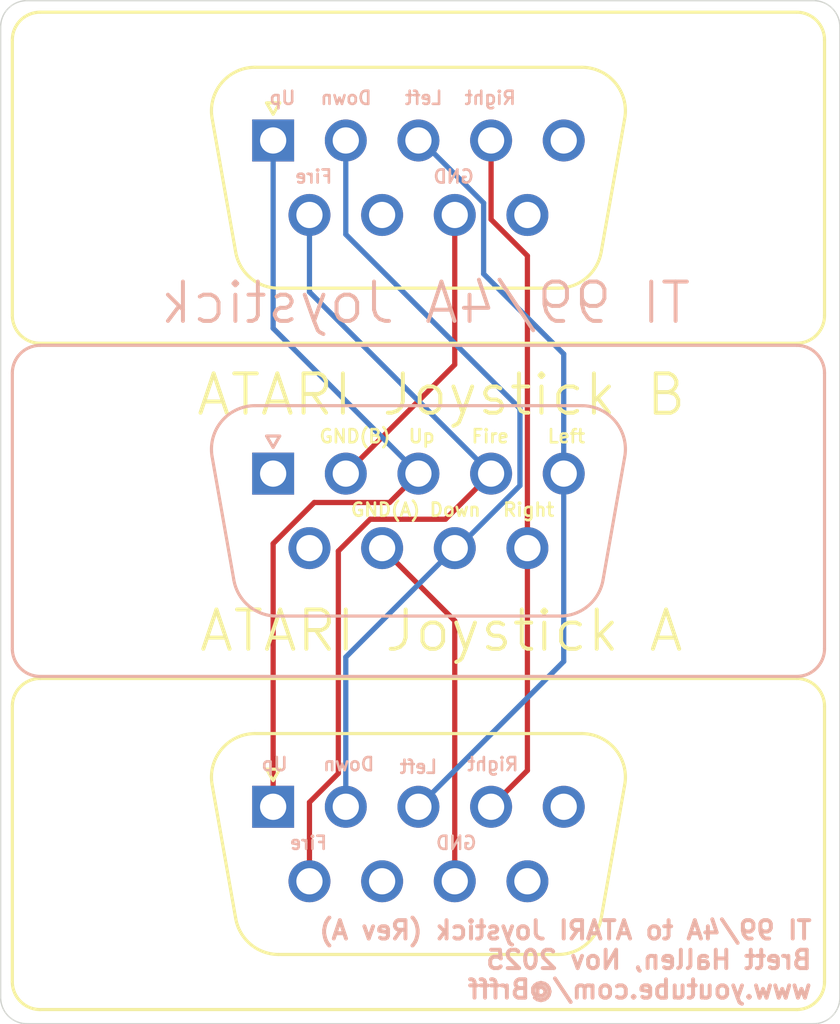
<source format=kicad_pcb>
(kicad_pcb (version 20241229) (generator "pcbnew") (generator_version "9.0")
  (title_block (title "TI 99/4A to ATARI Joystick Adaptor") (date "6/NOV/2025") (rev "A") (company "Brett Hallen") (comment 1 "www.youtube.com/@Brfff"))
  (layers (0 "F.Cu" signal) (2 "B.Cu" signal) (13 "F.Paste" user) (15 "B.Paste" user) (5 "F.SilkS" user "F.Silkscreen") (7 "B.SilkS" user "B.Silkscreen") (1 "F.Mask" user) (3 "B.Mask" user) (25 "Edge.Cuts" user))
  (net 0 "")
  (net 1 "LEFT")
  (net 2 "GND_B")
  (net 3 "RIGHT")
  (net 4 "GND_A")
  (net 5 "UP")
  (net 8 "FIRE")
  (net 9 "DOWN")
  (footprint "Connector_Dsub:DSUB-9_Pins_Vertical_P2.77x2.84mm" (layer "F.Cu") (at 80.64 73.7)
    (property "Reference" "J2" (hide yes))
    (property "Value" "Atari Joystick A" (hide yes))
    (fp_line (start -9.945 6.67) (end -9.945 -3.83) (stroke (width 0.12)) (layer "F.SilkS"))
    (fp_line (start -8.885 -4.89) (end 19.965 -4.89) (stroke (width 0.12)) (layer "F.SilkS"))
    (fp_line (start -1.427202 4.258256) (end -2.32647 -0.841744) (stroke (width 0.12)) (layer "F.SilkS"))
    (fp_line (start -0.691689 -2.79) (end 11.771689 -2.79) (stroke (width 0.12)) (layer "F.SilkS"))
    (fp_line (start -0.25 -1.433013) (end 0.25 -1.433013) (stroke (width 0.12)) (layer "F.SilkS"))
    (fp_line (start 0 -1) (end -0.25 -1.433013) (stroke (width 0.12)) (layer "F.SilkS"))
    (fp_line (start 0.25 -1.433013) (end 0 -1) (stroke (width 0.12)) (layer "F.SilkS"))
    (fp_line (start 10.872421 5.63) (end 0.207579 5.63) (stroke (width 0.12)) (layer "F.SilkS"))
    (fp_line (start 13.40647 -0.841744) (end 12.507202 4.258256) (stroke (width 0.12)) (layer "F.SilkS"))
    (fp_line (start 19.965 7.73) (end -8.885 7.73) (stroke (width 0.12)) (layer "F.SilkS"))
    (fp_line (start 21.025 -3.83) (end 21.025 6.67) (stroke (width 0.12)) (layer "F.SilkS"))
    (fp_arc (start -9.945 -3.83) (mid -9.634533 -4.579533) (end -8.885 -4.89) (stroke (width 0.12)) (layer "F.SilkS"))
    (fp_arc (start -8.885 7.73) (mid -9.634533 7.419533) (end -9.945 6.67) (stroke (width 0.12)) (layer "F.SilkS"))
    (fp_arc (start -2.32647 -0.841744) (mid -1.963323 -2.197027) (end -0.691689 -2.79) (stroke (width 0.12)) (layer "F.SilkS"))
    (fp_arc (start 0.207579 5.63) (mid -0.859449 5.241634) (end -1.427202 4.258256) (stroke (width 0.12)) (layer "F.SilkS"))
    (fp_arc (start 11.771689 -2.79) (mid 13.043323 -2.197027) (end 13.40647 -0.841744) (stroke (width 0.12)) (layer "F.SilkS"))
    (fp_arc (start 12.507202 4.258256) (mid 11.939449 5.241634) (end 10.872421 5.63) (stroke (width 0.12)) (layer "F.SilkS"))
    (fp_arc (start 19.965 -4.89) (mid 20.714533 -4.579533) (end 21.025 -3.83) (stroke (width 0.12)) (layer "F.SilkS"))
    (fp_arc (start 21.025 6.67) (mid 20.714533 7.419533) (end 19.965 7.73) (stroke (width 0.12)) (layer "F.SilkS"))
    (pad "1" thru_hole rect (at 0 0) (size 1.6 1.6) (drill 1) (layers "*.Cu" "*.Mask") (net 5 "UP"))
    (pad "2" thru_hole circle (at 2.77 0) (size 1.6 1.6) (drill 1) (layers "*.Cu" "*.Mask") (net 9 "DOWN"))
    (pad "3" thru_hole circle (at 5.54 0) (size 1.6 1.6) (drill 1) (layers "*.Cu" "*.Mask") (net 1 "LEFT"))
    (pad "4" thru_hole circle (at 8.31 0) (size 1.6 1.6) (drill 1) (layers "*.Cu" "*.Mask") (net 3 "RIGHT"))
    (pad "5" thru_hole circle (at 11.08 0) (size 1.6 1.6) (drill 1) (layers "*.Cu" "*.Mask"))
    (pad "6" thru_hole circle (at 1.385 2.84) (size 1.6 1.6) (drill 1) (layers "*.Cu" "*.Mask") (net 8 "FIRE"))
    (pad "7" thru_hole circle (at 4.155 2.84) (size 1.6 1.6) (drill 1) (layers "*.Cu" "*.Mask"))
    (pad "8" thru_hole circle (at 6.925 2.84) (size 1.6 1.6) (drill 1) (layers "*.Cu" "*.Mask") (net 4 "GND_A"))
    (pad "9" thru_hole circle (at 9.695 2.84) (size 1.6 1.6) (drill 1) (layers "*.Cu" "*.Mask"))
  )
  (footprint "Connector_Dsub:DSUB-9_Pins_Vertical_P2.77x2.84mm" (layer "F.Cu") (at 80.64 48.3)
    (property "Reference" "J3" (hide yes))
    (property "Value" "Atari Joystick B" (hide yes))
    (fp_line (start -9.945 6.67) (end -9.945 -3.83) (stroke (width 0.12)) (layer "F.SilkS"))
    (fp_line (start -8.885 -4.89) (end 19.965 -4.89) (stroke (width 0.12)) (layer "F.SilkS"))
    (fp_line (start -1.427202 4.258256) (end -2.32647 -0.841744) (stroke (width 0.12)) (layer "F.SilkS"))
    (fp_line (start -0.691689 -2.79) (end 11.771689 -2.79) (stroke (width 0.12)) (layer "F.SilkS"))
    (fp_line (start -0.25 -1.433013) (end 0.25 -1.433013) (stroke (width 0.12)) (layer "F.SilkS"))
    (fp_line (start 0 -1) (end -0.25 -1.433013) (stroke (width 0.12)) (layer "F.SilkS"))
    (fp_line (start 0.25 -1.433013) (end 0 -1) (stroke (width 0.12)) (layer "F.SilkS"))
    (fp_line (start 10.872421 5.63) (end 0.207579 5.63) (stroke (width 0.12)) (layer "F.SilkS"))
    (fp_line (start 13.40647 -0.841744) (end 12.507202 4.258256) (stroke (width 0.12)) (layer "F.SilkS"))
    (fp_line (start 19.965 7.73) (end -8.885 7.73) (stroke (width 0.12)) (layer "F.SilkS"))
    (fp_line (start 21.025 -3.83) (end 21.025 6.67) (stroke (width 0.12)) (layer "F.SilkS"))
    (fp_arc (start -9.945 -3.83) (mid -9.634533 -4.579533) (end -8.885 -4.89) (stroke (width 0.12)) (layer "F.SilkS"))
    (fp_arc (start -8.885 7.73) (mid -9.634533 7.419533) (end -9.945 6.67) (stroke (width 0.12)) (layer "F.SilkS"))
    (fp_arc (start -2.32647 -0.841744) (mid -1.963323 -2.197027) (end -0.691689 -2.79) (stroke (width 0.12)) (layer "F.SilkS"))
    (fp_arc (start 0.207579 5.63) (mid -0.859449 5.241634) (end -1.427202 4.258256) (stroke (width 0.12)) (layer "F.SilkS"))
    (fp_arc (start 11.771689 -2.79) (mid 13.043323 -2.197027) (end 13.40647 -0.841744) (stroke (width 0.12)) (layer "F.SilkS"))
    (fp_arc (start 12.507202 4.258256) (mid 11.939449 5.241634) (end 10.872421 5.63) (stroke (width 0.12)) (layer "F.SilkS"))
    (fp_arc (start 19.965 -4.89) (mid 20.714533 -4.579533) (end 21.025 -3.83) (stroke (width 0.12)) (layer "F.SilkS"))
    (fp_arc (start 21.025 6.67) (mid 20.714533 7.419533) (end 19.965 7.73) (stroke (width 0.12)) (layer "F.SilkS"))
    (pad "1" thru_hole rect (at 0 0) (size 1.6 1.6) (drill 1) (layers "*.Cu" "*.Mask") (net 5 "UP"))
    (pad "2" thru_hole circle (at 2.77 0) (size 1.6 1.6) (drill 1) (layers "*.Cu" "*.Mask") (net 9 "DOWN"))
    (pad "3" thru_hole circle (at 5.54 0) (size 1.6 1.6) (drill 1) (layers "*.Cu" "*.Mask") (net 1 "LEFT"))
    (pad "4" thru_hole circle (at 8.31 0) (size 1.6 1.6) (drill 1) (layers "*.Cu" "*.Mask") (net 3 "RIGHT"))
    (pad "5" thru_hole circle (at 11.08 0) (size 1.6 1.6) (drill 1) (layers "*.Cu" "*.Mask"))
    (pad "6" thru_hole circle (at 1.385 2.84) (size 1.6 1.6) (drill 1) (layers "*.Cu" "*.Mask") (net 8 "FIRE"))
    (pad "7" thru_hole circle (at 4.155 2.84) (size 1.6 1.6) (drill 1) (layers "*.Cu" "*.Mask"))
    (pad "8" thru_hole circle (at 6.925 2.84) (size 1.6 1.6) (drill 1) (layers "*.Cu" "*.Mask") (net 2 "GND_B"))
    (pad "9" thru_hole circle (at 9.695 2.84) (size 1.6 1.6) (drill 1) (layers "*.Cu" "*.Mask"))
  )
  (footprint "Connector_Dsub:DSUB-9_Socket_Vertical_P2.77x2.84mm" (layer "B.Cu") (at 80.64 61 180)
    (property "Reference" "J1" (hide yes))
    (property "Value" "TI Joystick Port" (hide yes))
    (fp_line (start 9.945 3.83) (end 9.945 -6.67) (stroke (width 0.12)) (layer "B.SilkS"))
    (fp_line (start 8.885 -7.73) (end -19.965 -7.73) (stroke (width 0.12)) (layer "B.SilkS"))
    (fp_line (start 2.32647 0.641744) (end 1.497733 -4.058256) (stroke (width 0.12)) (layer "B.SilkS"))
    (fp_line (start 0.25 1.433013) (end 0 1) (stroke (width 0.12)) (layer "B.SilkS"))
    (fp_line (start 0 1) (end -0.25 1.433013) (stroke (width 0.12)) (layer "B.SilkS"))
    (fp_line (start -0.137048 -5.43) (end -10.942952 -5.43) (stroke (width 0.12)) (layer "B.SilkS"))
    (fp_line (start -0.25 1.433013) (end 0.25 1.433013) (stroke (width 0.12)) (layer "B.SilkS"))
    (fp_line (start -11.771689 2.59) (end 0.691689 2.59) (stroke (width 0.12)) (layer "B.SilkS"))
    (fp_line (start -12.577733 -4.058256) (end -13.40647 0.641744) (stroke (width 0.12)) (layer "B.SilkS"))
    (fp_line (start -19.965 4.89) (end 8.885 4.89) (stroke (width 0.12)) (layer "B.SilkS"))
    (fp_line (start -21.025 -6.67) (end -21.025 3.83) (stroke (width 0.12)) (layer "B.SilkS"))
    (fp_arc (start 9.945 3.83) (mid 9.634533 4.579533) (end 8.885 4.89) (stroke (width 0.12)) (layer "B.SilkS"))
    (fp_arc (start 8.885 -7.73) (mid 9.634533 -7.419533) (end 9.945 -6.67) (stroke (width 0.12)) (layer "B.SilkS"))
    (fp_arc (start 2.32647 0.641744) (mid 1.963323 1.997027) (end 0.691689 2.59) (stroke (width 0.12)) (layer "B.SilkS"))
    (fp_arc (start -0.137048 -5.43) (mid 0.92998 -5.041634) (end 1.497733 -4.058256) (stroke (width 0.12)) (layer "B.SilkS"))
    (fp_arc (start -11.771689 2.59) (mid -13.043323 1.997027) (end -13.40647 0.641744) (stroke (width 0.12)) (layer "B.SilkS"))
    (fp_arc (start -12.577733 -4.058256) (mid -12.00998 -5.041634) (end -10.942952 -5.43) (stroke (width 0.12)) (layer "B.SilkS"))
    (fp_arc (start -19.965 4.89) (mid -20.714533 4.579533) (end -21.025 3.83) (stroke (width 0.12)) (layer "B.SilkS"))
    (fp_arc (start -21.025 -6.67) (mid -20.714533 -7.419533) (end -19.965 -7.73) (stroke (width 0.12)) (layer "B.SilkS"))
    (pad "1" thru_hole rect (at 0 0 180) (size 1.6 1.6) (drill 1) (layers "*.Cu" "*.Mask"))
    (pad "2" thru_hole circle (at -2.77 0 180) (size 1.6 1.6) (drill 1) (layers "*.Cu" "*.Mask") (net 2 "GND_B"))
    (pad "3" thru_hole circle (at -5.54 0 180) (size 1.6 1.6) (drill 1) (layers "*.Cu" "*.Mask") (net 5 "UP"))
    (pad "4" thru_hole circle (at -8.31 0 180) (size 1.6 1.6) (drill 1) (layers "*.Cu" "*.Mask") (net 8 "FIRE"))
    (pad "5" thru_hole circle (at -11.08 0 180) (size 1.6 1.6) (drill 1) (layers "*.Cu" "*.Mask") (net 1 "LEFT"))
    (pad "6" thru_hole circle (at -1.385 -2.84 180) (size 1.6 1.6) (drill 1) (layers "*.Cu" "*.Mask"))
    (pad "7" thru_hole circle (at -4.155 -2.84 180) (size 1.6 1.6) (drill 1) (layers "*.Cu" "*.Mask") (net 4 "GND_A"))
    (pad "8" thru_hole circle (at -6.925 -2.84 180) (size 1.6 1.6) (drill 1) (layers "*.Cu" "*.Mask") (net 9 "DOWN"))
    (pad "9" thru_hole circle (at -9.695 -2.84 180) (size 1.6 1.6) (drill 1) (layers "*.Cu" "*.Mask") (net 3 "RIGHT"))
  )
  (gr_arc (start 102.25 80.97) (mid 101.957107 81.677107) (end 101.25 81.97) (stroke (width 0.05)) (layer "Edge.Cuts"))
  (gr_line (start 71.25 42.97) (end 101.25 42.97) (stroke (width 0.05)) (layer "Edge.Cuts"))
  (gr_arc (start 101.25 42.97) (mid 101.957107 43.262893) (end 102.25 43.97) (stroke (width 0.05)) (layer "Edge.Cuts"))
  (gr_line (start 102.25 43.97) (end 102.25 80.97) (stroke (width 0.05)) (layer "Edge.Cuts"))
  (gr_arc (start 70.25 43.97) (mid 70.542893 43.262893) (end 71.25 42.97) (stroke (width 0.05)) (layer "Edge.Cuts"))
  (gr_line (start 101.25 81.97) (end 71.25 81.97) (stroke (width 0.05)) (layer "Edge.Cuts"))
  (gr_arc (start 71.25 81.97) (mid 70.542893 81.677107) (end 70.25 80.97) (stroke (width 0.05)) (layer "Edge.Cuts"))
  (gr_line (start 70.25 80.97) (end 70.25 43.97) (stroke (width 0.05)) (layer "Edge.Cuts"))
  (gr_text "ATARI Joystick A" (at 87.05 67.87 0) (layer "F.SilkS") (effects (font (size 1.5 1.5)) (justify bottom)))
  (gr_text "Right" (at 89.35 62.67 0) (layer "F.SilkS") (effects (font (size 0.5 0.5) (thickness 0.1) (bold yes)) (justify left bottom)))
  (gr_text "ATARI Joystick B" (at 87.05 58.87 0) (layer "F.SilkS") (effects (font (size 1.5 1.5)) (justify bottom)))
  (gr_text "Up" (at 85.75 59.87 0) (layer "F.SilkS") (effects (font (size 0.5 0.5) (thickness 0.1) (bold yes)) (justify left bottom)))
  (gr_text "Left" (at 91.05 59.87 0) (layer "F.SilkS") (effects (font (size 0.5 0.5) (thickness 0.1) (bold yes)) (justify left bottom)))
  (gr_text "GND(A)" (at 83.55 62.67 0) (layer "F.SilkS") (effects (font (size 0.5 0.5) (thickness 0.1) (bold yes)) (justify left bottom)))
  (gr_text "Down" (at 86.55 62.67 0) (layer "F.SilkS") (effects (font (size 0.5 0.5) (thickness 0.1) (bold yes)) (justify left bottom)))
  (gr_text "Fire" (at 88.15 59.87 0) (layer "F.SilkS") (effects (font (size 0.5 0.5) (thickness 0.1) (bold yes)) (justify left bottom)))
  (gr_text "GND(B)" (at 82.35 59.87 0) (layer "F.SilkS") (effects (font (size 0.5 0.5) (thickness 0.1) (bold yes)) (justify left bottom)))
  (gr_text "Left" (at 87.15 46.97 0) (layer "B.SilkS") (effects (font (size 0.5 0.5) (thickness 0.1) (bold yes)) (justify left bottom mirror)))
  (gr_text "TI 99/4A Joystick" (at 86.45 55.37 0) (layer "B.SilkS") (effects (font (size 1.5 1.5)) (justify bottom mirror)))
  (gr_text "Right" (at 90.05 72.37 0) (layer "B.SilkS") (effects (font (size 0.5 0.5) (thickness 0.1) (bold yes)) (justify left bottom mirror)))
  (gr_text "Down" (at 84.55 72.37 0) (layer "B.SilkS") (effects (font (size 0.5 0.5) (thickness 0.1) (bold yes)) (justify left bottom mirror)))
  (gr_text "GND" (at 88.45 75.37 0) (layer "B.SilkS") (effects (font (size 0.5 0.5) (thickness 0.1) (bold yes)) (justify left bottom mirror)))
  (gr_text "Up" (at 81.25 72.37 0) (layer "B.SilkS") (effects (font (size 0.5 0.5) (thickness 0.1) (bold yes)) (justify left bottom mirror)))
  (gr_text "Left" (at 86.95 72.47 0) (layer "B.SilkS") (effects (font (size 0.5 0.5) (thickness 0.1) (bold yes)) (justify left bottom mirror)))
  (gr_text "Right" (at 89.95 46.97 0) (layer "B.SilkS") (effects (font (size 0.5 0.5) (thickness 0.1) (bold yes)) (justify left bottom mirror)))
  (gr_text "Fire" (at 82.75 75.37 0) (layer "B.SilkS") (effects (font (size 0.5 0.5) (thickness 0.1) (bold yes)) (justify left bottom mirror)))
  (gr_text "TI 99/4A to ATARI Joystick (Rev A)\nBrett Hallen, Nov 2025\nwww.youtube.com/@Brfff" (at 101.25 81.07 0) (layer "B.SilkS") (effects (font (size 0.7 0.7)) (justify left bottom mirror)))
  (gr_text "Up" (at 81.55 46.97 0) (layer "B.SilkS") (effects (font (size 0.5 0.5) (thickness 0.1) (bold yes)) (justify left bottom mirror)))
  (gr_text "Down" (at 84.45 46.97 0) (layer "B.SilkS") (effects (font (size 0.5 0.5) (thickness 0.1) (bold yes)) (justify left bottom mirror)))
  (gr_text "GND" (at 88.35 49.97 0) (layer "B.SilkS") (effects (font (size 0.5 0.5) (thickness 0.1) (bold yes)) (justify left bottom mirror)))
  (gr_text "Fire" (at 82.95 49.97 0) (layer "B.SilkS") (effects (font (size 0.5 0.5) (thickness 0.1) (bold yes)) (justify left bottom mirror)))
  (segment (start 86.18 73.7) (end 91.72 68.16) (width 0.2) (layer "B.Cu") (net 1))
  (segment (start 91.72 56.44) (end 91.72 61) (width 0.2) (layer "B.Cu") (net 1))
  (segment (start 86.28205 48.3) (end 88.666 50.68395) (width 0.2) (layer "B.Cu") (net 1))
  (segment (start 86.18 48.3) (end 86.28205 48.3) (width 0.2) (layer "B.Cu") (net 1))
  (segment (start 91.72 68.16) (end 91.72 61) (width 0.2) (layer "B.Cu") (net 1))
  (segment (start 88.666 50.68395) (end 88.666 53.386) (width 0.2) (layer "B.Cu") (net 1))
  (segment (start 88.666 53.386) (end 91.72 56.44) (width 0.2) (layer "B.Cu") (net 1))
  (segment (start 87.565 51.14) (end 87.565 56.845) (width 0.2) (layer "F.Cu") (net 2))
  (segment (start 87.565 56.845) (end 83.41 61) (width 0.2) (layer "F.Cu") (net 2))
  (segment (start 90.335 72.315) (end 88.95 73.7) (width 0.2) (layer "F.Cu") (net 3))
  (segment (start 90.335 52.69705) (end 88.95 51.31205) (width 0.2) (layer "F.Cu") (net 3))
  (segment (start 90.335 63.84) (end 90.335 52.69705) (width 0.2) (layer "F.Cu") (net 3))
  (segment (start 88.95 51.31205) (end 88.95 48.3) (width 0.2) (layer "F.Cu") (net 3))
  (segment (start 90.335 63.84) (end 90.335 72.315) (width 0.2) (layer "F.Cu") (net 3))
  (segment (start 87.565 66.61) (end 87.565 76.54) (width 0.2) (layer "F.Cu") (net 4))
  (segment (start 84.795 63.84) (end 87.565 66.61) (width 0.2) (layer "F.Cu") (net 4))
  (segment (start 80.64 63.66795) (end 82.20695 62.101) (width 0.2) (layer "F.Cu") (net 5))
  (segment (start 85.079 62.101) (end 86.18 61) (width 0.2) (layer "F.Cu") (net 5))
  (segment (start 80.64 73.7) (end 80.64 63.66795) (width 0.2) (layer "F.Cu") (net 5))
  (segment (start 82.20695 62.101) (end 85.079 62.101) (width 0.2) (layer "F.Cu") (net 5))
  (segment (start 80.64 55.46) (end 86.18 61) (width 0.2) (layer "B.Cu") (net 5))
  (segment (start 80.64 48.3) (end 80.64 55.46) (width 0.2) (layer "B.Cu") (net 5))
  (segment (start 84.33895 62.739) (end 83.126 63.95195) (width 0.2) (layer "F.Cu") (net 8))
  (segment (start 88.95 61) (end 87.211 62.739) (width 0.2) (layer "F.Cu") (net 8))
  (segment (start 82.025 73.52795) (end 82.025 76.54) (width 0.2) (layer "F.Cu") (net 8))
  (segment (start 83.126 72.42695) (end 82.025 73.52795) (width 0.2) (layer "F.Cu") (net 8))
  (segment (start 87.211 62.739) (end 84.33895 62.739) (width 0.2) (layer "F.Cu") (net 8))
  (segment (start 83.126 63.95195) (end 83.126 72.42695) (width 0.2) (layer "F.Cu") (net 8))
  (segment (start 82.025 54.075) (end 82.025 51.14) (width 0.2) (layer "B.Cu") (net 8))
  (segment (start 88.95 61) (end 82.025 54.075) (width 0.2) (layer "B.Cu") (net 8))
  (segment (start 90.051 61.45605) (end 90.051 58.52105) (width 0.2) (layer "B.Cu") (net 9))
  (segment (start 83.41 73.7) (end 83.41 67.995) (width 0.2) (layer "B.Cu") (net 9))
  (segment (start 87.565 63.84) (end 87.66705 63.84) (width 0.2) (layer "B.Cu") (net 9))
  (segment (start 83.41 51.88005) (end 83.41 48.3) (width 0.2) (layer "B.Cu") (net 9))
  (segment (start 83.41 67.995) (end 87.565 63.84) (width 0.2) (layer "B.Cu") (net 9))
  (segment (start 87.66705 63.84) (end 90.051 61.45605) (width 0.2) (layer "B.Cu") (net 9))
  (segment (start 90.051 58.52105) (end 83.41 51.88005) (width 0.2) (layer "B.Cu") (net 9))
)
</source>
